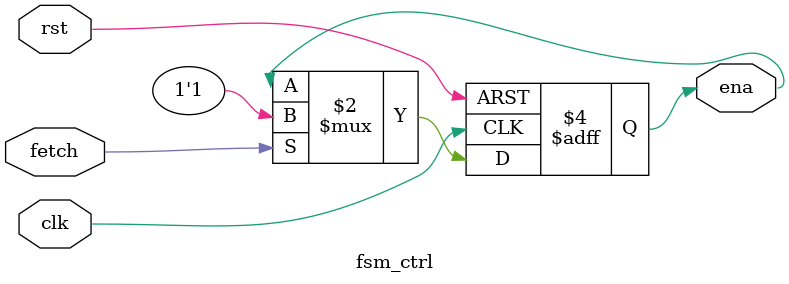
<source format=v>
module fsm_ctrl (
    input       clk,
    input       rst,
    input       fetch,
    output reg  ena
);

always @(posedge clk or posedge rst) begin
    if (rst) begin
        ena <= 1'b0;
    end
    else begin
        if (fetch) begin
            ena <= 1'b1;
        end
    end
end
    
endmodule

</source>
